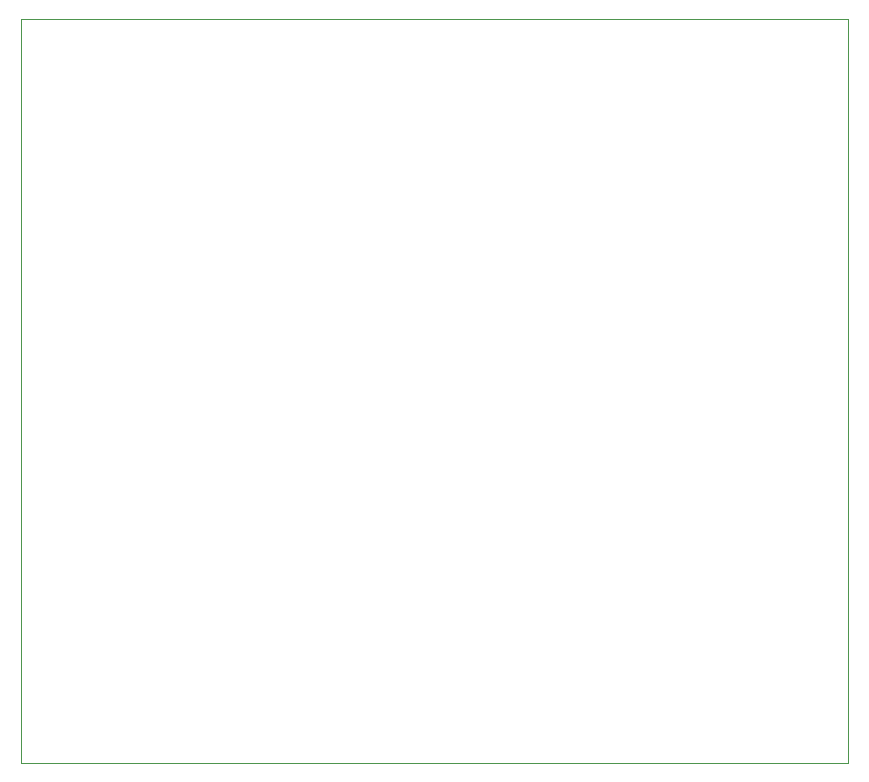
<source format=gko>
G04 #@! TF.GenerationSoftware,KiCad,Pcbnew,(6.0.4-0)*
G04 #@! TF.CreationDate,2022-12-18T15:52:34+09:00*
G04 #@! TF.ProjectId,MC6803EP-SBC6809E,4d433638-3033-4455-902d-534243363830,rev?*
G04 #@! TF.SameCoordinates,Original*
G04 #@! TF.FileFunction,Profile,NP*
%FSLAX46Y46*%
G04 Gerber Fmt 4.6, Leading zero omitted, Abs format (unit mm)*
G04 Created by KiCad (PCBNEW (6.0.4-0)) date 2022-12-18 15:52:34*
%MOMM*%
%LPD*%
G01*
G04 APERTURE LIST*
G04 #@! TA.AperFunction,Profile*
%ADD10C,0.100000*%
G04 #@! TD*
G04 APERTURE END LIST*
D10*
X106000000Y-68000000D02*
X176000000Y-68000000D01*
X176000000Y-131000000D02*
X176000000Y-68000000D01*
X106000000Y-131000000D02*
X106000000Y-68000000D01*
X106000000Y-131000000D02*
X176000000Y-131000000D01*
M02*

</source>
